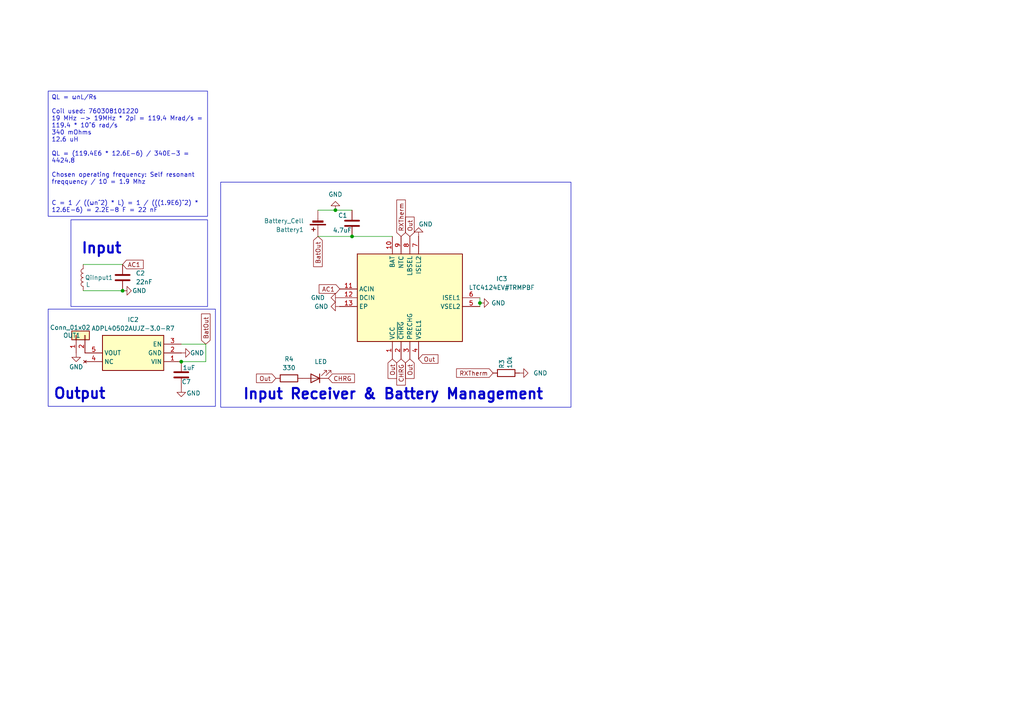
<source format=kicad_sch>
(kicad_sch (version 20231120) (generator "eeschema") (generator_version "8.0")
  (paper "A4")
  (lib_symbols
    (symbol "ADPL40502AUJZ-3_0-R7:ADPL40502AUJZ-3.0-R7"
      (property "Reference" "IC" (at 24.13 7.62 0))
      (property "Value" "ADPL40502AUJZ-3.0-R7" (at 24.13 5.08 0))
      (symbol "ADPL40502AUJZ-3.0-R7_1_1"
        (rectangle (start 5.08 2.54) (end 22.86 -7.62) (stroke (width 0.254)) (fill (type background)))
        (pin passive line (at 0 0 0) (length 5.08) (name "VIN") (number "1"))
        (pin passive line (at 0 -2.54 0) (length 5.08) (name "GND") (number "2"))
        (pin passive line (at 0 -5.08 0) (length 5.08) (name "EN") (number "3"))
        (pin no_connect line (at 27.94 0 180) (length 5.08) (name "NC") (number "4"))
        (pin passive line (at 27.94 -2.54 180) (length 5.08) (name "VOUT") (number "5"))
      )
    )
    (symbol "Connector_Generic:Conn_01x02" (pin_names (offset 1.016) hide)
      (property "Reference" "J" (at 0 2.54 0))
      (property "Value" "Conn_01x02" (at 0 -5.08 0))
      (symbol "Conn_01x02_1_1"
        (rectangle (start -1.27 -2.413) (end 0 -2.667) (stroke (width 0.1524)))
        (rectangle (start -1.27 0.127) (end 0 -0.127) (stroke (width 0.1524)))
        (rectangle (start -1.27 1.27) (end 1.27 -3.81) (stroke (width 0.254)) (fill (type background)))
        (pin passive line (at -5.08 0 0) (length 3.81) (name "Pin_1") (number "1"))
        (pin passive line (at -5.08 -2.54 0) (length 3.81) (name "Pin_2") (number "2"))
      )
    )
    (symbol "Device:Battery_Cell" (pin_numbers hide) (pin_names (offset 0) hide)
      (property "Reference" "BT" (at 2.54 2.54 0))
      (property "Value" "Battery_Cell" (at 2.54 0 0))
      (symbol "Battery_Cell_0_1"
        (rectangle (start -2.286 1.778) (end 2.286 1.524) (fill (type outline)))
        (rectangle (start -1.524 1.016) (end 1.524 0.508) (fill (type outline)))
        (polyline (pts (xy 0 0.762) (xy 0 0)))
        (polyline (pts (xy 0 1.778) (xy 0 2.54)))
        (polyline (pts (xy 0.762 3.048) (xy 1.778 3.048)) (stroke (width 0.254)))
        (polyline (pts (xy 1.27 3.556) (xy 1.27 2.54)) (stroke (width 0.254)))
      )
      (symbol "Battery_Cell_1_1"
        (pin passive line (at 0 5.08 270) (length 2.54) (name "+") (number "1"))
        (pin passive line (at 0 -2.54 90) (length 2.54) (name "-") (number "2"))
      )
    )
    (symbol "Device:C" (pin_numbers hide) (pin_names (offset 0.254))
      (property "Reference" "C" (at 0.635 2.54 0))
      (property "Value" "C" (at 0.635 -2.54 0))
      (symbol "C_0_1"
        (polyline (pts (xy -2.032 -0.762) (xy 2.032 -0.762)) (stroke (width 0.508)))
        (polyline (pts (xy -2.032 0.762) (xy 2.032 0.762)) (stroke (width 0.508)))
      )
      (symbol "C_1_1"
        (pin passive line (at 0 3.81 270) (length 2.794) (name "~") (number "1"))
        (pin passive line (at 0 -3.81 90) (length 2.794) (name "~") (number "2"))
      )
    )
    (symbol "Device:L" (pin_numbers hide) (pin_names (offset 1.016) hide)
      (property "Reference" "L" (at -1.27 0 90))
      (property "Value" "L" (at 1.905 0 90))
      (symbol "L_0_1"
        (arc (start 0 -2.54) (mid 0.6323 -1.905) (end 0 -1.27))
        (arc (start 0 -1.27) (mid 0.6323 -0.635) (end 0 0))
        (arc (start 0 0) (mid 0.6323 0.635) (end 0 1.27))
        (arc (start 0 1.27) (mid 0.6323 1.905) (end 0 2.54))
      )
      (symbol "L_1_1"
        (pin passive line (at 0 3.81 270) (length 1.27) (name "1") (number "1"))
        (pin passive line (at 0 -3.81 90) (length 1.27) (name "2") (number "2"))
      )
    )
    (symbol "Device:LED" (pin_numbers hide) (pin_names (offset 1.016) hide)
      (property "Reference" "D" (at 0 2.54 0))
      (property "Value" "LED" (at 0 -2.54 0))
      (symbol "LED_0_1"
        (polyline (pts (xy -1.27 -1.27) (xy -1.27 1.27)) (stroke (width 0.254)))
        (polyline (pts (xy -1.27 0) (xy 1.27 0)))
        (polyline (pts (xy 1.27 -1.27) (xy 1.27 1.27) (xy -1.27 0) (xy 1.27 -1.27)) (stroke (width 0.254)))
        (polyline (pts (xy -3.048 -0.762) (xy -4.572 -2.286) (xy -3.81 -2.286) (xy -4.572 -2.286) (xy -4.572 -1.524)))
        (polyline (pts (xy -1.778 -0.762) (xy -3.302 -2.286) (xy -2.54 -2.286) (xy -3.302 -2.286) (xy -3.302 -1.524)))
      )
      (symbol "LED_1_1"
        (pin passive line (at -3.81 0 0) (length 2.54) (name "K") (number "1"))
        (pin passive line (at 3.81 0 180) (length 2.54) (name "A") (number "2"))
      )
    )
    (symbol "Device:R" (pin_numbers hide) (pin_names (offset 0))
      (property "Reference" "R" (at 2.032 0 90))
      (property "Value" "R" (at 0 0 90))
      (symbol "R_0_1"
        (rectangle (start -1.016 -2.54) (end 1.016 2.54) (stroke (width 0.254)))
      )
      (symbol "R_1_1"
        (pin passive line (at 0 3.81 270) (length 1.27) (name "~") (number "1"))
        (pin passive line (at 0 -3.81 90) (length 1.27) (name "~") (number "2"))
      )
    )
    (symbol "LTC4124EV#TRMPBF:LTC4124EV#TRMPBF"
      (property "Reference" "IC" (at 31.75 15.24 0))
      (property "Value" "LTC4124EV#TRMPBF" (at 31.75 12.7 0))
      (symbol "LTC4124EV#TRMPBF_1_1"
        (rectangle (start 5.08 10.16) (end 30.48 -20.32) (stroke (width 0.254)) (fill (type background)))
        (pin passive line (at 0 0 0) (length 5.08) (name "VCC") (number "1"))
        (pin passive line (at 35.56 0 180) (length 5.08) (name "BAT") (number "10"))
        (pin passive line (at 20.32 15.24 270) (length 5.08) (name "ACIN") (number "11"))
        (pin passive line (at 17.78 15.24 270) (length 5.08) (name "DCIN") (number "12"))
        (pin passive line (at 15.24 15.24 270) (length 5.08) (name "EP") (number "13"))
        (pin passive line (at 0 -2.54 0) (length 5.08) (name "~{CHRG}") (number "2"))
        (pin passive line (at 0 -5.08 0) (length 5.08) (name "PRECHG") (number "3"))
        (pin passive line (at 0 -7.62 0) (length 5.08) (name "VSEL1") (number "4"))
        (pin passive line (at 15.24 -25.4 90) (length 5.08) (name "VSEL2") (number "5"))
        (pin passive line (at 17.78 -25.4 90) (length 5.08) (name "ISEL1") (number "6"))
        (pin passive line (at 35.56 -7.62 180) (length 5.08) (name "ISEL2") (number "7"))
        (pin passive line (at 35.56 -5.08 180) (length 5.08) (name "LBSEL") (number "8"))
        (pin passive line (at 35.56 -2.54 180) (length 5.08) (name "NTC") (number "9"))
      )
    )
    (symbol "power:GND" (power) (pin_numbers hide) (pin_names (offset 0) hide)
      (property "Value" "GND" (at 0 -3.81 0))
      (symbol "GND_0_1"
        (polyline (pts (xy 0 0) (xy 0 -1.27) (xy 1.27 -1.27) (xy 0 -2.54) (xy -1.27 -1.27) (xy 0 -1.27)))
      )
      (symbol "GND_1_1"
        (pin power_in line (at 0 0 270) (length 0) (name "~") (number "1"))
      )
    )
  )
  (junction (at 97.282 60.96))
  (junction (at 102.108 68.58))
  (junction (at 139.192 87.884))
  (junction (at 35.56 84.328))
  (junction (at 52.578 104.902))
  (wire (pts (xy 102.108 68.58) (xy 113.792 68.58)))
  (wire (pts (xy 102.108 60.96) (xy 97.282 60.96)))
  (wire (pts (xy 24.13 76.708) (xy 35.56 76.708)))
  (wire (pts (xy 59.69 104.902) (xy 59.69 99.822)))
  (wire (pts (xy 24.13 84.328) (xy 35.56 84.328)))
  (wire (pts (xy 139.192 87.884) (xy 139.192 88.9)))
  (wire (pts (xy 52.578 104.902) (xy 59.69 104.902)))
  (wire (pts (xy 139.192 86.36) (xy 139.192 87.884)))
  (wire (pts (xy 59.69 99.822) (xy 52.578 99.822)))
  (wire (pts (xy 97.282 60.96) (xy 92.202 60.96)))
  (wire (pts (xy 102.108 68.58) (xy 92.202 68.58)))
  (rectangle (start 20.574 63.754) (end 60.198 88.9))
  (rectangle (start 13.97 89.662) (end 62.484 117.856))
  (rectangle (start 64.008 52.832) (end 165.608 118.11))
  (text_box "QL = ωnL/Rs\n\nCoil used: 760308101220\n19 MHz -> 19MHz * 2pi = 119.4 Mrad/s = 119.4 * 10^6 rad/s\n340 mOhms\n12.6 uH\n\nQL = (119.4E6 * 12.6E-6) / 340E-3 = 4424.8\n\nChosen operating frequency: Self resonant freqquency / 10 = 1.9 Mhz\n\n\nC = 1 / ((ωn^2) * L) = 1 / (((1.9E6)^2) * 12.6E-6) = 2.2E-8 F = 22 nF\n\n\n" (at 13.97 26.416 0) (size 46.228 36.322) (effects (font (size 1.27 1.27)) (justify left top)))
  (text "Input Receiver & Battery Management\n\n" (at 114.046 116.84 0) (effects (font (size 3 3) (thickness 0.6) (bold yes))))
  (text "Input\n" (at 29.464 72.136 0) (effects (font (size 3 3) (thickness 0.6) (bold yes))))
  (text "Output\n" (at 23.114 114.3 0) (effects (font (size 3 3) (thickness 0.6) (bold yes))))
  (global_label "CHRG" (shape input) (at 95.25 109.728 0) (property "Intersheetrefs" "${INTERSHEET_REFS}" (effects (hide yes))))
  (global_label "BatOut" (shape input) (at 59.69 99.822 90) (property "Intersheetrefs" "${INTERSHEET_REFS}" (effects (hide yes))))
  (global_label "Out" (shape input) (at 113.792 104.14 270) (property "Intersheetrefs" "${INTERSHEET_REFS}" (effects (hide yes))))
  (global_label "RXTherm" (shape input) (at 143.002 108.204 180) (property "Intersheetrefs" "${INTERSHEET_REFS}" (effects (hide yes))))
  (global_label "AC1" (shape input) (at 35.56 76.708 0) (property "Intersheetrefs" "${INTERSHEET_REFS}" (effects (hide yes))))
  (global_label "Out" (shape input) (at 118.872 68.58 90) (property "Intersheetrefs" "${INTERSHEET_REFS}" (effects (hide yes))))
  (global_label "Out" (shape input) (at 121.412 104.14 0) (property "Intersheetrefs" "${INTERSHEET_REFS}" (effects (hide yes))))
  (global_label "RXTherm" (shape input) (at 116.332 68.58 90) (property "Intersheetrefs" "${INTERSHEET_REFS}" (effects (hide yes))))
  (global_label "Out" (shape input) (at 118.872 104.14 270) (property "Intersheetrefs" "${INTERSHEET_REFS}" (effects (hide yes))))
  (global_label "CHRG" (shape input) (at 116.332 104.14 270) (property "Intersheetrefs" "${INTERSHEET_REFS}" (effects (hide yes))))
  (global_label "BatOut" (shape input) (at 92.202 68.58 270) (property "Intersheetrefs" "${INTERSHEET_REFS}" (effects (hide yes))))
  (global_label "AC1" (shape input) (at 98.552 83.82 180) (property "Intersheetrefs" "${INTERSHEET_REFS}" (effects (hide yes))))
  (global_label "Out" (shape input) (at 80.01 109.728 180) (property "Intersheetrefs" "${INTERSHEET_REFS}" (effects (hide yes))))
  (symbol (lib_id "Device:L") (at 24.13 80.518 180) (unit 1)
    (property "Reference" "QiInput1" (at 24.638 80.518 0) (effects (justify right)))
    (property "Value" "L" (at 24.892 82.55 0) (effects (justify right)))
    (property "Footprint" "Connector_PinHeader_2.54mm:PinHeader_1x02_P2.54mm_Vertical" (effects (hide yes)))
    (property "Description" "Inductor" (effects (hide yes)))
  )
  (symbol (lib_id "Device:R") (at 83.82 109.728 90) (unit 1)
    (property "Reference" "R4" (at 83.82 104.14 90))
    (property "Value" "330" (at 83.82 106.68 90))
    (property "Footprint" "Resistor_SMD:R_0402_1005Metric_Pad0.72x0.64mm_HandSolder" (effects (hide yes)))
    (property "Description" "Resistor" (effects (hide yes)))
  )
  (symbol (lib_id "power:GND") (at 139.192 87.884 90) (unit 1)
    (property "Reference" "#PWR06" (effects (hide yes)))
    (property "Value" "GND" (at 142.494 87.8839 90) (effects (justify right)))
    (property "Description" "Power symbol creates a global label with name \"GND\" , ground" (effects (hide yes)))
  )
  (symbol (lib_id "power:GND") (at 121.412 68.58 180) (unit 1)
    (property "Reference" "#PWR09" (effects (hide yes)))
    (property "Value" "GND" (at 123.444 65.024 0))
    (property "Description" "Power symbol creates a global label with name \"GND\" , ground" (effects (hide yes)))
  )
  (symbol (lib_id "power:GND") (at 98.552 88.9 270) (unit 1)
    (property "Reference" "#PWR07" (effects (hide yes)))
    (property "Value" "GND" (at 95.25 88.8999 90) (effects (justify right)))
    (property "Description" "Power symbol creates a global label with name \"GND\" , ground" (effects (hide yes)))
  )
  (symbol (lib_id "power:GND") (at 52.578 112.522 0) (unit 1)
    (property "Reference" "#PWR010" (effects (hide yes)))
    (property "Value" "GND" (at 58.166 114.046 0) (effects (justify right)))
    (property "Description" "Power symbol creates a global label with name \"GND\" , ground" (effects (hide yes)))
  )
  (symbol (lib_id "Device:C") (at 102.108 64.77 0) (unit 1)
    (property "Reference" "C1" (at 98.044 62.484 0) (effects (justify left)))
    (property "Value" "4.7uF" (at 96.52 66.802 0) (effects (justify left)))
    (property "Footprint" "Capacitor_SMD:C_0402_1005Metric_Pad0.74x0.62mm_HandSolder" (effects (hide yes)))
    (property "Description" "Unpolarized capacitor" (effects (hide yes)))
  )
  (symbol (lib_id "ADPL40502AUJZ-3_0-R7:ADPL40502AUJZ-3.0-R7") (at 52.578 104.902 180) (unit 1)
    (property "Reference" "IC2" (at 38.608 92.71 0))
    (property "Value" "ADPL40502AUJZ-3.0-R7" (at 38.608 95.25 0))
    (property "Footprint" "ADPL40502AUJZ-3.0-R7:SOT95P280X100-5N" (effects (hide yes)))
    (property "Datasheet" "https://www.analog.com/ADPL40502/datasheet" (effects (hide yes)))
    (property "Description" "Low Noise, 200mA, CMOS Linear Regulator  7 Fixed Output Voltage Options: 1.2V, 1.5V, 1.8V, 2.5V, 2.8V, 3.0V, and 3.3V" (effects (hide yes)))
    (property "Height" "1" (effects (hide yes)))
    (property "Mouser Part Number" "584-ADPL40502AUJZ30R" (effects (hide yes)))
    (property "Mouser Price/Stock" "https://www.mouser.co.uk/ProductDetail/Analog-Devices/ADPL40502AUJZ-3.0-R7?qs=jcD%2FCkGBYeOgjbJLPbZiQQ%3D%3D" (effects (hide yes)))
    (property "Manufacturer_Name" "Analog Devices" (effects (hide yes)))
    (property "Manufacturer_Part_Number" "ADPL40502AUJZ-3.0-R7" (effects (hide yes)))
  )
  (symbol (lib_id "Device:LED") (at 91.44 109.728 180) (unit 1)
    (property "Reference" "D2" (effects (hide yes)))
    (property "Value" "LED" (at 93.0275 104.902 0))
    (property "Footprint" "LED_SMD:LED_0402_1005Metric_Pad0.77x0.64mm_HandSolder" (effects (hide yes)))
    (property "Description" "Light emitting diode" (effects (hide yes)))
  )
  (symbol (lib_id "LTC4124EV#TRMPBF:LTC4124EV#TRMPBF") (at 113.792 104.14 90) (unit 1)
    (property "Reference" "IC3" (at 145.542 80.8638 90))
    (property "Value" "LTC4124EV#TRMPBF" (at 145.542 83.4038 90))
    (property "Footprint" "qi chips:QFN50P200X200X83-13N-D" (effects (hide yes)))
    (property "Datasheet" "https://www.analog.com/media/en/technical-documentation/data-sheets/LTC4124.pdf" (effects (hide yes)))
    (property "Description" "Wireless Charging ICs 7.5mA Wrlss LiIon Chrgr w 1.2V StpDwn DC" (effects (hide yes)))
    (property "Height" "0.83" (effects (hide yes)))
    (property "Mouser Part Number" "584-LTC4124EV#TRMPBF" (effects (hide yes)))
    (property "Mouser Price/Stock" "https://www.mouser.co.uk/ProductDetail/Analog-Devices/LTC4124EVTRMPBF?qs=l4Gc20tDgJL6kEUp5cxquQ%3D%3D" (effects (hide yes)))
    (property "Manufacturer_Name" "Analog Devices" (effects (hide yes)))
    (property "Manufacturer_Part_Number" "LTC4124EV#TRMPBF" (effects (hide yes)))
  )
  (symbol (lib_id "power:GND") (at 35.56 84.328 90) (unit 1)
    (property "Reference" "#PWR013" (effects (hide yes)))
    (property "Value" "GND" (at 38.354 84.328 90) (effects (justify right)))
    (property "Description" "Power symbol creates a global label with name \"GND\" , ground" (effects (hide yes)))
  )
  (symbol (lib_id "power:GND") (at 52.578 102.362 90) (unit 1)
    (property "Reference" "#PWR05" (effects (hide yes)))
    (property "Value" "GND" (at 55.118 102.362 90) (effects (justify right)))
    (property "Description" "Power symbol creates a global label with name \"GND\" , ground" (effects (hide yes)))
  )
  (symbol (lib_id "Device:R") (at 146.812 108.204 90) (unit 1)
    (property "Reference" "R3" (at 145.542 106.934 0) (effects (justify left)))
    (property "Value" "10k" (at 147.828 106.934 0) (effects (justify left)))
    (property "Footprint" "Resistor_SMD:R_0402_1005Metric_Pad0.72x0.64mm_HandSolder" (effects (hide yes)))
    (property "Description" "Resistor" (effects (hide yes)))
  )
  (symbol (lib_id "power:GND") (at 22.098 102.362 0) (unit 1)
    (property "Reference" "#PWR04" (effects (hide yes)))
    (property "Value" "GND" (at 24.13 106.426 0) (effects (justify right)))
    (property "Description" "Power symbol creates a global label with name \"GND\" , ground" (effects (hide yes)))
  )
  (symbol (lib_id "Device:C") (at 52.578 108.712 180) (unit 1)
    (property "Reference" "C7" (at 55.372 110.744 0) (effects (justify left)))
    (property "Value" "1uF" (at 56.642 106.68 0) (effects (justify left)))
    (property "Footprint" "Capacitor_SMD:C_0402_1005Metric_Pad0.74x0.62mm_HandSolder" (effects (hide yes)))
    (property "Description" "Unpolarized capacitor" (effects (hide yes)))
  )
  (symbol (lib_id "Device:C") (at 35.56 80.518 0) (unit 1)
    (property "Reference" "C2" (at 39.37 79.2479 0) (effects (justify left)))
    (property "Value" "22nF" (at 39.37 81.788 0) (effects (justify left)))
    (property "Footprint" "Capacitor_SMD:C_0402_1005Metric_Pad0.74x0.62mm_HandSolder" (effects (hide yes)))
    (property "Description" "Unpolarized capacitor" (effects (hide yes)))
  )
  (symbol (lib_id "power:GND") (at 97.282 60.96 180) (unit 1)
    (property "Reference" "#PWR01" (effects (hide yes)))
    (property "Value" "GND" (at 97.282 56.388 0))
    (property "Description" "Power symbol creates a global label with name \"GND\" , ground" (effects (hide yes)))
  )
  (symbol (lib_id "Device:Battery_Cell") (at 92.202 63.5 180) (unit 1)
    (property "Reference" "Battery1" (at 88.138 66.6116 0) (effects (justify left)))
    (property "Value" "Battery_Cell" (at 88.138 64.0716 0) (effects (justify left)))
    (property "Footprint" "Connector_PinHeader_2.54mm:PinHeader_1x02_P2.54mm_Vertical" (effects (hide yes)))
    (property "Description" "Single-cell battery" (effects (hide yes)))
  )
  (symbol (lib_id "Connector_Generic:Conn_01x02") (at 22.098 97.282 90) (unit 1)
    (property "Reference" "OUT1" (at 18.288 97.282 90) (effects (justify right)))
    (property "Value" "Conn_01x02" (at 14.478 94.996 90) (effects (justify right)))
    (property "Footprint" "Connector_PinHeader_2.54mm:PinHeader_1x02_P2.54mm_Vertical" (effects (hide yes)))
    (property "Description" "Generic connector, single row, 01x02, script generated (kicad-library-utils/schlib/autogen/connector/)" (effects (hide yes)))
  )
  (symbol (lib_id "power:GND") (at 98.552 86.36 270) (unit 1)
    (property "Reference" "#PWR03" (effects (hide yes)))
    (property "Value" "GND" (at 94.234 86.3599 90) (effects (justify right)))
    (property "Description" "Power symbol creates a global label with name \"GND\" , ground" (effects (hide yes)))
  )
  (symbol (lib_id "power:GND") (at 150.622 108.204 90) (unit 1)
    (property "Reference" "#PWR012" (effects (hide yes)))
    (property "Value" "GND" (at 154.686 108.2039 90) (effects (justify right)))
    (property "Description" "Power symbol creates a global label with name \"GND\" , ground" (effects (hide yes)))
  )
)
</source>
